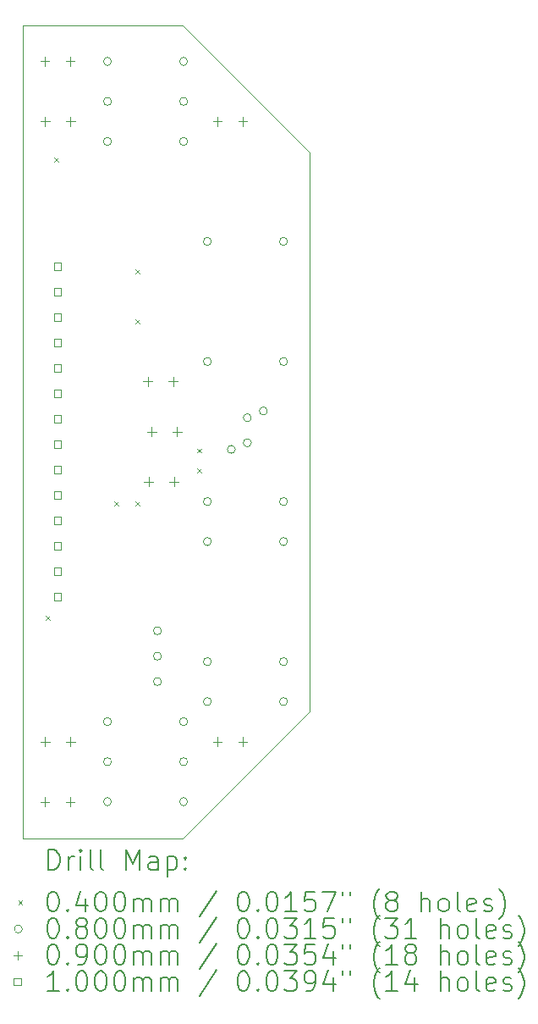
<source format=gbr>
%TF.GenerationSoftware,KiCad,Pcbnew,8.0.6*%
%TF.CreationDate,2024-10-20T17:13:29+01:00*%
%TF.ProjectId,line-sensor-mini-kes,6c696e65-2d73-4656-9e73-6f722d6d696e,rev?*%
%TF.SameCoordinates,Original*%
%TF.FileFunction,Drillmap*%
%TF.FilePolarity,Positive*%
%FSLAX45Y45*%
G04 Gerber Fmt 4.5, Leading zero omitted, Abs format (unit mm)*
G04 Created by KiCad (PCBNEW 8.0.6) date 2024-10-20 17:13:29*
%MOMM*%
%LPD*%
G01*
G04 APERTURE LIST*
%ADD10C,0.100000*%
%ADD11C,0.200000*%
G04 APERTURE END LIST*
D10*
X15453000Y-6436000D02*
X16723000Y-7706000D01*
X16723000Y-13294000D02*
X15453000Y-14564000D01*
X16723000Y-7706000D02*
X16723000Y-13294000D01*
X15453000Y-14564000D02*
X13852800Y-14564000D01*
X13852800Y-6436000D02*
X15453000Y-6436000D01*
X13852800Y-14564000D02*
X13852800Y-6436000D01*
D11*
D10*
X14080000Y-12340000D02*
X14120000Y-12380000D01*
X14120000Y-12340000D02*
X14080000Y-12380000D01*
X14170000Y-7760000D02*
X14210000Y-7800000D01*
X14210000Y-7760000D02*
X14170000Y-7800000D01*
X14770000Y-11200000D02*
X14810000Y-11240000D01*
X14810000Y-11200000D02*
X14770000Y-11240000D01*
X14980000Y-8880000D02*
X15020000Y-8920000D01*
X15020000Y-8880000D02*
X14980000Y-8920000D01*
X14980000Y-9380000D02*
X15020000Y-9420000D01*
X15020000Y-9380000D02*
X14980000Y-9420000D01*
X14980000Y-11200000D02*
X15020000Y-11240000D01*
X15020000Y-11200000D02*
X14980000Y-11240000D01*
X15600000Y-10670000D02*
X15640000Y-10710000D01*
X15640000Y-10670000D02*
X15600000Y-10710000D01*
X15600000Y-10870000D02*
X15640000Y-10910000D01*
X15640000Y-10870000D02*
X15600000Y-10910000D01*
X14740000Y-6800000D02*
G75*
G02*
X14660000Y-6800000I-40000J0D01*
G01*
X14660000Y-6800000D02*
G75*
G02*
X14740000Y-6800000I40000J0D01*
G01*
X14740000Y-7200000D02*
G75*
G02*
X14660000Y-7200000I-40000J0D01*
G01*
X14660000Y-7200000D02*
G75*
G02*
X14740000Y-7200000I40000J0D01*
G01*
X14740000Y-7600000D02*
G75*
G02*
X14660000Y-7600000I-40000J0D01*
G01*
X14660000Y-7600000D02*
G75*
G02*
X14740000Y-7600000I40000J0D01*
G01*
X14740000Y-13400000D02*
G75*
G02*
X14660000Y-13400000I-40000J0D01*
G01*
X14660000Y-13400000D02*
G75*
G02*
X14740000Y-13400000I40000J0D01*
G01*
X14740000Y-13800000D02*
G75*
G02*
X14660000Y-13800000I-40000J0D01*
G01*
X14660000Y-13800000D02*
G75*
G02*
X14740000Y-13800000I40000J0D01*
G01*
X14740000Y-14200000D02*
G75*
G02*
X14660000Y-14200000I-40000J0D01*
G01*
X14660000Y-14200000D02*
G75*
G02*
X14740000Y-14200000I40000J0D01*
G01*
X15240000Y-12492000D02*
G75*
G02*
X15160000Y-12492000I-40000J0D01*
G01*
X15160000Y-12492000D02*
G75*
G02*
X15240000Y-12492000I40000J0D01*
G01*
X15240000Y-12746000D02*
G75*
G02*
X15160000Y-12746000I-40000J0D01*
G01*
X15160000Y-12746000D02*
G75*
G02*
X15240000Y-12746000I40000J0D01*
G01*
X15240000Y-13000000D02*
G75*
G02*
X15160000Y-13000000I-40000J0D01*
G01*
X15160000Y-13000000D02*
G75*
G02*
X15240000Y-13000000I40000J0D01*
G01*
X15502000Y-6800000D02*
G75*
G02*
X15422000Y-6800000I-40000J0D01*
G01*
X15422000Y-6800000D02*
G75*
G02*
X15502000Y-6800000I40000J0D01*
G01*
X15502000Y-7200000D02*
G75*
G02*
X15422000Y-7200000I-40000J0D01*
G01*
X15422000Y-7200000D02*
G75*
G02*
X15502000Y-7200000I40000J0D01*
G01*
X15502000Y-7600000D02*
G75*
G02*
X15422000Y-7600000I-40000J0D01*
G01*
X15422000Y-7600000D02*
G75*
G02*
X15502000Y-7600000I40000J0D01*
G01*
X15502000Y-13400000D02*
G75*
G02*
X15422000Y-13400000I-40000J0D01*
G01*
X15422000Y-13400000D02*
G75*
G02*
X15502000Y-13400000I40000J0D01*
G01*
X15502000Y-13800000D02*
G75*
G02*
X15422000Y-13800000I-40000J0D01*
G01*
X15422000Y-13800000D02*
G75*
G02*
X15502000Y-13800000I40000J0D01*
G01*
X15502000Y-14200000D02*
G75*
G02*
X15422000Y-14200000I-40000J0D01*
G01*
X15422000Y-14200000D02*
G75*
G02*
X15502000Y-14200000I40000J0D01*
G01*
X15740000Y-8600000D02*
G75*
G02*
X15660000Y-8600000I-40000J0D01*
G01*
X15660000Y-8600000D02*
G75*
G02*
X15740000Y-8600000I40000J0D01*
G01*
X15740000Y-9800000D02*
G75*
G02*
X15660000Y-9800000I-40000J0D01*
G01*
X15660000Y-9800000D02*
G75*
G02*
X15740000Y-9800000I40000J0D01*
G01*
X15740000Y-11200000D02*
G75*
G02*
X15660000Y-11200000I-40000J0D01*
G01*
X15660000Y-11200000D02*
G75*
G02*
X15740000Y-11200000I40000J0D01*
G01*
X15740000Y-11600000D02*
G75*
G02*
X15660000Y-11600000I-40000J0D01*
G01*
X15660000Y-11600000D02*
G75*
G02*
X15740000Y-11600000I40000J0D01*
G01*
X15740000Y-12800000D02*
G75*
G02*
X15660000Y-12800000I-40000J0D01*
G01*
X15660000Y-12800000D02*
G75*
G02*
X15740000Y-12800000I40000J0D01*
G01*
X15740000Y-13200000D02*
G75*
G02*
X15660000Y-13200000I-40000J0D01*
G01*
X15660000Y-13200000D02*
G75*
G02*
X15740000Y-13200000I40000J0D01*
G01*
X15980000Y-10678861D02*
G75*
G02*
X15900000Y-10678861I-40000J0D01*
G01*
X15900000Y-10678861D02*
G75*
G02*
X15980000Y-10678861I40000J0D01*
G01*
X16140000Y-10361768D02*
G75*
G02*
X16060000Y-10361768I-40000J0D01*
G01*
X16060000Y-10361768D02*
G75*
G02*
X16140000Y-10361768I40000J0D01*
G01*
X16140000Y-10611768D02*
G75*
G02*
X16060000Y-10611768I-40000J0D01*
G01*
X16060000Y-10611768D02*
G75*
G02*
X16140000Y-10611768I40000J0D01*
G01*
X16300000Y-10294674D02*
G75*
G02*
X16220000Y-10294674I-40000J0D01*
G01*
X16220000Y-10294674D02*
G75*
G02*
X16300000Y-10294674I40000J0D01*
G01*
X16502000Y-8600000D02*
G75*
G02*
X16422000Y-8600000I-40000J0D01*
G01*
X16422000Y-8600000D02*
G75*
G02*
X16502000Y-8600000I40000J0D01*
G01*
X16502000Y-9800000D02*
G75*
G02*
X16422000Y-9800000I-40000J0D01*
G01*
X16422000Y-9800000D02*
G75*
G02*
X16502000Y-9800000I40000J0D01*
G01*
X16502000Y-11200000D02*
G75*
G02*
X16422000Y-11200000I-40000J0D01*
G01*
X16422000Y-11200000D02*
G75*
G02*
X16502000Y-11200000I40000J0D01*
G01*
X16502000Y-11600000D02*
G75*
G02*
X16422000Y-11600000I-40000J0D01*
G01*
X16422000Y-11600000D02*
G75*
G02*
X16502000Y-11600000I40000J0D01*
G01*
X16502000Y-12800000D02*
G75*
G02*
X16422000Y-12800000I-40000J0D01*
G01*
X16422000Y-12800000D02*
G75*
G02*
X16502000Y-12800000I40000J0D01*
G01*
X16502000Y-13200000D02*
G75*
G02*
X16422000Y-13200000I-40000J0D01*
G01*
X16422000Y-13200000D02*
G75*
G02*
X16502000Y-13200000I40000J0D01*
G01*
X14073000Y-6755000D02*
X14073000Y-6845000D01*
X14028000Y-6800000D02*
X14118000Y-6800000D01*
X14073000Y-14155000D02*
X14073000Y-14245000D01*
X14028000Y-14200000D02*
X14118000Y-14200000D01*
X14075000Y-7355000D02*
X14075000Y-7445000D01*
X14030000Y-7400000D02*
X14120000Y-7400000D01*
X14075000Y-13555000D02*
X14075000Y-13645000D01*
X14030000Y-13600000D02*
X14120000Y-13600000D01*
X14327000Y-6755000D02*
X14327000Y-6845000D01*
X14282000Y-6800000D02*
X14372000Y-6800000D01*
X14327000Y-14155000D02*
X14327000Y-14245000D01*
X14282000Y-14200000D02*
X14372000Y-14200000D01*
X14329000Y-7355000D02*
X14329000Y-7445000D01*
X14284000Y-7400000D02*
X14374000Y-7400000D01*
X14329000Y-13555000D02*
X14329000Y-13645000D01*
X14284000Y-13600000D02*
X14374000Y-13600000D01*
X15103000Y-9955000D02*
X15103000Y-10045000D01*
X15058000Y-10000000D02*
X15148000Y-10000000D01*
X15113000Y-10955000D02*
X15113000Y-11045000D01*
X15068000Y-11000000D02*
X15158000Y-11000000D01*
X15142500Y-10455000D02*
X15142500Y-10545000D01*
X15097500Y-10500000D02*
X15187500Y-10500000D01*
X15357000Y-9955000D02*
X15357000Y-10045000D01*
X15312000Y-10000000D02*
X15402000Y-10000000D01*
X15367000Y-10955000D02*
X15367000Y-11045000D01*
X15322000Y-11000000D02*
X15412000Y-11000000D01*
X15396500Y-10455000D02*
X15396500Y-10545000D01*
X15351500Y-10500000D02*
X15441500Y-10500000D01*
X15800000Y-7355000D02*
X15800000Y-7445000D01*
X15755000Y-7400000D02*
X15845000Y-7400000D01*
X15800000Y-13555000D02*
X15800000Y-13645000D01*
X15755000Y-13600000D02*
X15845000Y-13600000D01*
X16054000Y-7355000D02*
X16054000Y-7445000D01*
X16009000Y-7400000D02*
X16099000Y-7400000D01*
X16054000Y-13555000D02*
X16054000Y-13645000D01*
X16009000Y-13600000D02*
X16099000Y-13600000D01*
X14235356Y-8884356D02*
X14235356Y-8813644D01*
X14164644Y-8813644D01*
X14164644Y-8884356D01*
X14235356Y-8884356D01*
X14235356Y-9138356D02*
X14235356Y-9067644D01*
X14164644Y-9067644D01*
X14164644Y-9138356D01*
X14235356Y-9138356D01*
X14235356Y-9392356D02*
X14235356Y-9321644D01*
X14164644Y-9321644D01*
X14164644Y-9392356D01*
X14235356Y-9392356D01*
X14235356Y-9646356D02*
X14235356Y-9575644D01*
X14164644Y-9575644D01*
X14164644Y-9646356D01*
X14235356Y-9646356D01*
X14235356Y-9900356D02*
X14235356Y-9829644D01*
X14164644Y-9829644D01*
X14164644Y-9900356D01*
X14235356Y-9900356D01*
X14235356Y-10154356D02*
X14235356Y-10083644D01*
X14164644Y-10083644D01*
X14164644Y-10154356D01*
X14235356Y-10154356D01*
X14235356Y-10408356D02*
X14235356Y-10337644D01*
X14164644Y-10337644D01*
X14164644Y-10408356D01*
X14235356Y-10408356D01*
X14235356Y-10662356D02*
X14235356Y-10591644D01*
X14164644Y-10591644D01*
X14164644Y-10662356D01*
X14235356Y-10662356D01*
X14235356Y-10916356D02*
X14235356Y-10845644D01*
X14164644Y-10845644D01*
X14164644Y-10916356D01*
X14235356Y-10916356D01*
X14235356Y-11170356D02*
X14235356Y-11099644D01*
X14164644Y-11099644D01*
X14164644Y-11170356D01*
X14235356Y-11170356D01*
X14235356Y-11424356D02*
X14235356Y-11353644D01*
X14164644Y-11353644D01*
X14164644Y-11424356D01*
X14235356Y-11424356D01*
X14235356Y-11678356D02*
X14235356Y-11607644D01*
X14164644Y-11607644D01*
X14164644Y-11678356D01*
X14235356Y-11678356D01*
X14235356Y-11932356D02*
X14235356Y-11861644D01*
X14164644Y-11861644D01*
X14164644Y-11932356D01*
X14235356Y-11932356D01*
X14235356Y-12186356D02*
X14235356Y-12115644D01*
X14164644Y-12115644D01*
X14164644Y-12186356D01*
X14235356Y-12186356D01*
D11*
X14108577Y-14880484D02*
X14108577Y-14680484D01*
X14108577Y-14680484D02*
X14156196Y-14680484D01*
X14156196Y-14680484D02*
X14184767Y-14690008D01*
X14184767Y-14690008D02*
X14203815Y-14709055D01*
X14203815Y-14709055D02*
X14213339Y-14728103D01*
X14213339Y-14728103D02*
X14222862Y-14766198D01*
X14222862Y-14766198D02*
X14222862Y-14794769D01*
X14222862Y-14794769D02*
X14213339Y-14832865D01*
X14213339Y-14832865D02*
X14203815Y-14851912D01*
X14203815Y-14851912D02*
X14184767Y-14870960D01*
X14184767Y-14870960D02*
X14156196Y-14880484D01*
X14156196Y-14880484D02*
X14108577Y-14880484D01*
X14308577Y-14880484D02*
X14308577Y-14747150D01*
X14308577Y-14785246D02*
X14318101Y-14766198D01*
X14318101Y-14766198D02*
X14327624Y-14756674D01*
X14327624Y-14756674D02*
X14346672Y-14747150D01*
X14346672Y-14747150D02*
X14365720Y-14747150D01*
X14432386Y-14880484D02*
X14432386Y-14747150D01*
X14432386Y-14680484D02*
X14422862Y-14690008D01*
X14422862Y-14690008D02*
X14432386Y-14699531D01*
X14432386Y-14699531D02*
X14441910Y-14690008D01*
X14441910Y-14690008D02*
X14432386Y-14680484D01*
X14432386Y-14680484D02*
X14432386Y-14699531D01*
X14556196Y-14880484D02*
X14537148Y-14870960D01*
X14537148Y-14870960D02*
X14527624Y-14851912D01*
X14527624Y-14851912D02*
X14527624Y-14680484D01*
X14660958Y-14880484D02*
X14641910Y-14870960D01*
X14641910Y-14870960D02*
X14632386Y-14851912D01*
X14632386Y-14851912D02*
X14632386Y-14680484D01*
X14889529Y-14880484D02*
X14889529Y-14680484D01*
X14889529Y-14680484D02*
X14956196Y-14823341D01*
X14956196Y-14823341D02*
X15022862Y-14680484D01*
X15022862Y-14680484D02*
X15022862Y-14880484D01*
X15203815Y-14880484D02*
X15203815Y-14775722D01*
X15203815Y-14775722D02*
X15194291Y-14756674D01*
X15194291Y-14756674D02*
X15175243Y-14747150D01*
X15175243Y-14747150D02*
X15137148Y-14747150D01*
X15137148Y-14747150D02*
X15118101Y-14756674D01*
X15203815Y-14870960D02*
X15184767Y-14880484D01*
X15184767Y-14880484D02*
X15137148Y-14880484D01*
X15137148Y-14880484D02*
X15118101Y-14870960D01*
X15118101Y-14870960D02*
X15108577Y-14851912D01*
X15108577Y-14851912D02*
X15108577Y-14832865D01*
X15108577Y-14832865D02*
X15118101Y-14813817D01*
X15118101Y-14813817D02*
X15137148Y-14804293D01*
X15137148Y-14804293D02*
X15184767Y-14804293D01*
X15184767Y-14804293D02*
X15203815Y-14794769D01*
X15299053Y-14747150D02*
X15299053Y-14947150D01*
X15299053Y-14756674D02*
X15318101Y-14747150D01*
X15318101Y-14747150D02*
X15356196Y-14747150D01*
X15356196Y-14747150D02*
X15375243Y-14756674D01*
X15375243Y-14756674D02*
X15384767Y-14766198D01*
X15384767Y-14766198D02*
X15394291Y-14785246D01*
X15394291Y-14785246D02*
X15394291Y-14842388D01*
X15394291Y-14842388D02*
X15384767Y-14861436D01*
X15384767Y-14861436D02*
X15375243Y-14870960D01*
X15375243Y-14870960D02*
X15356196Y-14880484D01*
X15356196Y-14880484D02*
X15318101Y-14880484D01*
X15318101Y-14880484D02*
X15299053Y-14870960D01*
X15480005Y-14861436D02*
X15489529Y-14870960D01*
X15489529Y-14870960D02*
X15480005Y-14880484D01*
X15480005Y-14880484D02*
X15470482Y-14870960D01*
X15470482Y-14870960D02*
X15480005Y-14861436D01*
X15480005Y-14861436D02*
X15480005Y-14880484D01*
X15480005Y-14756674D02*
X15489529Y-14766198D01*
X15489529Y-14766198D02*
X15480005Y-14775722D01*
X15480005Y-14775722D02*
X15470482Y-14766198D01*
X15470482Y-14766198D02*
X15480005Y-14756674D01*
X15480005Y-14756674D02*
X15480005Y-14775722D01*
D10*
X13807800Y-15189000D02*
X13847800Y-15229000D01*
X13847800Y-15189000D02*
X13807800Y-15229000D01*
D11*
X14146672Y-15100484D02*
X14165720Y-15100484D01*
X14165720Y-15100484D02*
X14184767Y-15110008D01*
X14184767Y-15110008D02*
X14194291Y-15119531D01*
X14194291Y-15119531D02*
X14203815Y-15138579D01*
X14203815Y-15138579D02*
X14213339Y-15176674D01*
X14213339Y-15176674D02*
X14213339Y-15224293D01*
X14213339Y-15224293D02*
X14203815Y-15262388D01*
X14203815Y-15262388D02*
X14194291Y-15281436D01*
X14194291Y-15281436D02*
X14184767Y-15290960D01*
X14184767Y-15290960D02*
X14165720Y-15300484D01*
X14165720Y-15300484D02*
X14146672Y-15300484D01*
X14146672Y-15300484D02*
X14127624Y-15290960D01*
X14127624Y-15290960D02*
X14118101Y-15281436D01*
X14118101Y-15281436D02*
X14108577Y-15262388D01*
X14108577Y-15262388D02*
X14099053Y-15224293D01*
X14099053Y-15224293D02*
X14099053Y-15176674D01*
X14099053Y-15176674D02*
X14108577Y-15138579D01*
X14108577Y-15138579D02*
X14118101Y-15119531D01*
X14118101Y-15119531D02*
X14127624Y-15110008D01*
X14127624Y-15110008D02*
X14146672Y-15100484D01*
X14299053Y-15281436D02*
X14308577Y-15290960D01*
X14308577Y-15290960D02*
X14299053Y-15300484D01*
X14299053Y-15300484D02*
X14289529Y-15290960D01*
X14289529Y-15290960D02*
X14299053Y-15281436D01*
X14299053Y-15281436D02*
X14299053Y-15300484D01*
X14480005Y-15167150D02*
X14480005Y-15300484D01*
X14432386Y-15090960D02*
X14384767Y-15233817D01*
X14384767Y-15233817D02*
X14508577Y-15233817D01*
X14622862Y-15100484D02*
X14641910Y-15100484D01*
X14641910Y-15100484D02*
X14660958Y-15110008D01*
X14660958Y-15110008D02*
X14670482Y-15119531D01*
X14670482Y-15119531D02*
X14680005Y-15138579D01*
X14680005Y-15138579D02*
X14689529Y-15176674D01*
X14689529Y-15176674D02*
X14689529Y-15224293D01*
X14689529Y-15224293D02*
X14680005Y-15262388D01*
X14680005Y-15262388D02*
X14670482Y-15281436D01*
X14670482Y-15281436D02*
X14660958Y-15290960D01*
X14660958Y-15290960D02*
X14641910Y-15300484D01*
X14641910Y-15300484D02*
X14622862Y-15300484D01*
X14622862Y-15300484D02*
X14603815Y-15290960D01*
X14603815Y-15290960D02*
X14594291Y-15281436D01*
X14594291Y-15281436D02*
X14584767Y-15262388D01*
X14584767Y-15262388D02*
X14575243Y-15224293D01*
X14575243Y-15224293D02*
X14575243Y-15176674D01*
X14575243Y-15176674D02*
X14584767Y-15138579D01*
X14584767Y-15138579D02*
X14594291Y-15119531D01*
X14594291Y-15119531D02*
X14603815Y-15110008D01*
X14603815Y-15110008D02*
X14622862Y-15100484D01*
X14813339Y-15100484D02*
X14832386Y-15100484D01*
X14832386Y-15100484D02*
X14851434Y-15110008D01*
X14851434Y-15110008D02*
X14860958Y-15119531D01*
X14860958Y-15119531D02*
X14870482Y-15138579D01*
X14870482Y-15138579D02*
X14880005Y-15176674D01*
X14880005Y-15176674D02*
X14880005Y-15224293D01*
X14880005Y-15224293D02*
X14870482Y-15262388D01*
X14870482Y-15262388D02*
X14860958Y-15281436D01*
X14860958Y-15281436D02*
X14851434Y-15290960D01*
X14851434Y-15290960D02*
X14832386Y-15300484D01*
X14832386Y-15300484D02*
X14813339Y-15300484D01*
X14813339Y-15300484D02*
X14794291Y-15290960D01*
X14794291Y-15290960D02*
X14784767Y-15281436D01*
X14784767Y-15281436D02*
X14775243Y-15262388D01*
X14775243Y-15262388D02*
X14765720Y-15224293D01*
X14765720Y-15224293D02*
X14765720Y-15176674D01*
X14765720Y-15176674D02*
X14775243Y-15138579D01*
X14775243Y-15138579D02*
X14784767Y-15119531D01*
X14784767Y-15119531D02*
X14794291Y-15110008D01*
X14794291Y-15110008D02*
X14813339Y-15100484D01*
X14965720Y-15300484D02*
X14965720Y-15167150D01*
X14965720Y-15186198D02*
X14975243Y-15176674D01*
X14975243Y-15176674D02*
X14994291Y-15167150D01*
X14994291Y-15167150D02*
X15022863Y-15167150D01*
X15022863Y-15167150D02*
X15041910Y-15176674D01*
X15041910Y-15176674D02*
X15051434Y-15195722D01*
X15051434Y-15195722D02*
X15051434Y-15300484D01*
X15051434Y-15195722D02*
X15060958Y-15176674D01*
X15060958Y-15176674D02*
X15080005Y-15167150D01*
X15080005Y-15167150D02*
X15108577Y-15167150D01*
X15108577Y-15167150D02*
X15127624Y-15176674D01*
X15127624Y-15176674D02*
X15137148Y-15195722D01*
X15137148Y-15195722D02*
X15137148Y-15300484D01*
X15232386Y-15300484D02*
X15232386Y-15167150D01*
X15232386Y-15186198D02*
X15241910Y-15176674D01*
X15241910Y-15176674D02*
X15260958Y-15167150D01*
X15260958Y-15167150D02*
X15289529Y-15167150D01*
X15289529Y-15167150D02*
X15308577Y-15176674D01*
X15308577Y-15176674D02*
X15318101Y-15195722D01*
X15318101Y-15195722D02*
X15318101Y-15300484D01*
X15318101Y-15195722D02*
X15327624Y-15176674D01*
X15327624Y-15176674D02*
X15346672Y-15167150D01*
X15346672Y-15167150D02*
X15375243Y-15167150D01*
X15375243Y-15167150D02*
X15394291Y-15176674D01*
X15394291Y-15176674D02*
X15403815Y-15195722D01*
X15403815Y-15195722D02*
X15403815Y-15300484D01*
X15794291Y-15090960D02*
X15622863Y-15348103D01*
X16051434Y-15100484D02*
X16070482Y-15100484D01*
X16070482Y-15100484D02*
X16089529Y-15110008D01*
X16089529Y-15110008D02*
X16099053Y-15119531D01*
X16099053Y-15119531D02*
X16108577Y-15138579D01*
X16108577Y-15138579D02*
X16118101Y-15176674D01*
X16118101Y-15176674D02*
X16118101Y-15224293D01*
X16118101Y-15224293D02*
X16108577Y-15262388D01*
X16108577Y-15262388D02*
X16099053Y-15281436D01*
X16099053Y-15281436D02*
X16089529Y-15290960D01*
X16089529Y-15290960D02*
X16070482Y-15300484D01*
X16070482Y-15300484D02*
X16051434Y-15300484D01*
X16051434Y-15300484D02*
X16032386Y-15290960D01*
X16032386Y-15290960D02*
X16022863Y-15281436D01*
X16022863Y-15281436D02*
X16013339Y-15262388D01*
X16013339Y-15262388D02*
X16003815Y-15224293D01*
X16003815Y-15224293D02*
X16003815Y-15176674D01*
X16003815Y-15176674D02*
X16013339Y-15138579D01*
X16013339Y-15138579D02*
X16022863Y-15119531D01*
X16022863Y-15119531D02*
X16032386Y-15110008D01*
X16032386Y-15110008D02*
X16051434Y-15100484D01*
X16203815Y-15281436D02*
X16213339Y-15290960D01*
X16213339Y-15290960D02*
X16203815Y-15300484D01*
X16203815Y-15300484D02*
X16194291Y-15290960D01*
X16194291Y-15290960D02*
X16203815Y-15281436D01*
X16203815Y-15281436D02*
X16203815Y-15300484D01*
X16337148Y-15100484D02*
X16356196Y-15100484D01*
X16356196Y-15100484D02*
X16375244Y-15110008D01*
X16375244Y-15110008D02*
X16384767Y-15119531D01*
X16384767Y-15119531D02*
X16394291Y-15138579D01*
X16394291Y-15138579D02*
X16403815Y-15176674D01*
X16403815Y-15176674D02*
X16403815Y-15224293D01*
X16403815Y-15224293D02*
X16394291Y-15262388D01*
X16394291Y-15262388D02*
X16384767Y-15281436D01*
X16384767Y-15281436D02*
X16375244Y-15290960D01*
X16375244Y-15290960D02*
X16356196Y-15300484D01*
X16356196Y-15300484D02*
X16337148Y-15300484D01*
X16337148Y-15300484D02*
X16318101Y-15290960D01*
X16318101Y-15290960D02*
X16308577Y-15281436D01*
X16308577Y-15281436D02*
X16299053Y-15262388D01*
X16299053Y-15262388D02*
X16289529Y-15224293D01*
X16289529Y-15224293D02*
X16289529Y-15176674D01*
X16289529Y-15176674D02*
X16299053Y-15138579D01*
X16299053Y-15138579D02*
X16308577Y-15119531D01*
X16308577Y-15119531D02*
X16318101Y-15110008D01*
X16318101Y-15110008D02*
X16337148Y-15100484D01*
X16594291Y-15300484D02*
X16480006Y-15300484D01*
X16537148Y-15300484D02*
X16537148Y-15100484D01*
X16537148Y-15100484D02*
X16518101Y-15129055D01*
X16518101Y-15129055D02*
X16499053Y-15148103D01*
X16499053Y-15148103D02*
X16480006Y-15157627D01*
X16775244Y-15100484D02*
X16680006Y-15100484D01*
X16680006Y-15100484D02*
X16670482Y-15195722D01*
X16670482Y-15195722D02*
X16680006Y-15186198D01*
X16680006Y-15186198D02*
X16699053Y-15176674D01*
X16699053Y-15176674D02*
X16746672Y-15176674D01*
X16746672Y-15176674D02*
X16765720Y-15186198D01*
X16765720Y-15186198D02*
X16775244Y-15195722D01*
X16775244Y-15195722D02*
X16784768Y-15214769D01*
X16784768Y-15214769D02*
X16784768Y-15262388D01*
X16784768Y-15262388D02*
X16775244Y-15281436D01*
X16775244Y-15281436D02*
X16765720Y-15290960D01*
X16765720Y-15290960D02*
X16746672Y-15300484D01*
X16746672Y-15300484D02*
X16699053Y-15300484D01*
X16699053Y-15300484D02*
X16680006Y-15290960D01*
X16680006Y-15290960D02*
X16670482Y-15281436D01*
X16851434Y-15100484D02*
X16984768Y-15100484D01*
X16984768Y-15100484D02*
X16899053Y-15300484D01*
X17051434Y-15100484D02*
X17051434Y-15138579D01*
X17127625Y-15100484D02*
X17127625Y-15138579D01*
X17422863Y-15376674D02*
X17413339Y-15367150D01*
X17413339Y-15367150D02*
X17394291Y-15338579D01*
X17394291Y-15338579D02*
X17384768Y-15319531D01*
X17384768Y-15319531D02*
X17375244Y-15290960D01*
X17375244Y-15290960D02*
X17365720Y-15243341D01*
X17365720Y-15243341D02*
X17365720Y-15205246D01*
X17365720Y-15205246D02*
X17375244Y-15157627D01*
X17375244Y-15157627D02*
X17384768Y-15129055D01*
X17384768Y-15129055D02*
X17394291Y-15110008D01*
X17394291Y-15110008D02*
X17413339Y-15081436D01*
X17413339Y-15081436D02*
X17422863Y-15071912D01*
X17527625Y-15186198D02*
X17508577Y-15176674D01*
X17508577Y-15176674D02*
X17499053Y-15167150D01*
X17499053Y-15167150D02*
X17489530Y-15148103D01*
X17489530Y-15148103D02*
X17489530Y-15138579D01*
X17489530Y-15138579D02*
X17499053Y-15119531D01*
X17499053Y-15119531D02*
X17508577Y-15110008D01*
X17508577Y-15110008D02*
X17527625Y-15100484D01*
X17527625Y-15100484D02*
X17565720Y-15100484D01*
X17565720Y-15100484D02*
X17584768Y-15110008D01*
X17584768Y-15110008D02*
X17594291Y-15119531D01*
X17594291Y-15119531D02*
X17603815Y-15138579D01*
X17603815Y-15138579D02*
X17603815Y-15148103D01*
X17603815Y-15148103D02*
X17594291Y-15167150D01*
X17594291Y-15167150D02*
X17584768Y-15176674D01*
X17584768Y-15176674D02*
X17565720Y-15186198D01*
X17565720Y-15186198D02*
X17527625Y-15186198D01*
X17527625Y-15186198D02*
X17508577Y-15195722D01*
X17508577Y-15195722D02*
X17499053Y-15205246D01*
X17499053Y-15205246D02*
X17489530Y-15224293D01*
X17489530Y-15224293D02*
X17489530Y-15262388D01*
X17489530Y-15262388D02*
X17499053Y-15281436D01*
X17499053Y-15281436D02*
X17508577Y-15290960D01*
X17508577Y-15290960D02*
X17527625Y-15300484D01*
X17527625Y-15300484D02*
X17565720Y-15300484D01*
X17565720Y-15300484D02*
X17584768Y-15290960D01*
X17584768Y-15290960D02*
X17594291Y-15281436D01*
X17594291Y-15281436D02*
X17603815Y-15262388D01*
X17603815Y-15262388D02*
X17603815Y-15224293D01*
X17603815Y-15224293D02*
X17594291Y-15205246D01*
X17594291Y-15205246D02*
X17584768Y-15195722D01*
X17584768Y-15195722D02*
X17565720Y-15186198D01*
X17841911Y-15300484D02*
X17841911Y-15100484D01*
X17927625Y-15300484D02*
X17927625Y-15195722D01*
X17927625Y-15195722D02*
X17918101Y-15176674D01*
X17918101Y-15176674D02*
X17899053Y-15167150D01*
X17899053Y-15167150D02*
X17870482Y-15167150D01*
X17870482Y-15167150D02*
X17851434Y-15176674D01*
X17851434Y-15176674D02*
X17841911Y-15186198D01*
X18051434Y-15300484D02*
X18032387Y-15290960D01*
X18032387Y-15290960D02*
X18022863Y-15281436D01*
X18022863Y-15281436D02*
X18013339Y-15262388D01*
X18013339Y-15262388D02*
X18013339Y-15205246D01*
X18013339Y-15205246D02*
X18022863Y-15186198D01*
X18022863Y-15186198D02*
X18032387Y-15176674D01*
X18032387Y-15176674D02*
X18051434Y-15167150D01*
X18051434Y-15167150D02*
X18080006Y-15167150D01*
X18080006Y-15167150D02*
X18099053Y-15176674D01*
X18099053Y-15176674D02*
X18108577Y-15186198D01*
X18108577Y-15186198D02*
X18118101Y-15205246D01*
X18118101Y-15205246D02*
X18118101Y-15262388D01*
X18118101Y-15262388D02*
X18108577Y-15281436D01*
X18108577Y-15281436D02*
X18099053Y-15290960D01*
X18099053Y-15290960D02*
X18080006Y-15300484D01*
X18080006Y-15300484D02*
X18051434Y-15300484D01*
X18232387Y-15300484D02*
X18213339Y-15290960D01*
X18213339Y-15290960D02*
X18203815Y-15271912D01*
X18203815Y-15271912D02*
X18203815Y-15100484D01*
X18384768Y-15290960D02*
X18365720Y-15300484D01*
X18365720Y-15300484D02*
X18327625Y-15300484D01*
X18327625Y-15300484D02*
X18308577Y-15290960D01*
X18308577Y-15290960D02*
X18299053Y-15271912D01*
X18299053Y-15271912D02*
X18299053Y-15195722D01*
X18299053Y-15195722D02*
X18308577Y-15176674D01*
X18308577Y-15176674D02*
X18327625Y-15167150D01*
X18327625Y-15167150D02*
X18365720Y-15167150D01*
X18365720Y-15167150D02*
X18384768Y-15176674D01*
X18384768Y-15176674D02*
X18394292Y-15195722D01*
X18394292Y-15195722D02*
X18394292Y-15214769D01*
X18394292Y-15214769D02*
X18299053Y-15233817D01*
X18470482Y-15290960D02*
X18489530Y-15300484D01*
X18489530Y-15300484D02*
X18527625Y-15300484D01*
X18527625Y-15300484D02*
X18546673Y-15290960D01*
X18546673Y-15290960D02*
X18556196Y-15271912D01*
X18556196Y-15271912D02*
X18556196Y-15262388D01*
X18556196Y-15262388D02*
X18546673Y-15243341D01*
X18546673Y-15243341D02*
X18527625Y-15233817D01*
X18527625Y-15233817D02*
X18499053Y-15233817D01*
X18499053Y-15233817D02*
X18480006Y-15224293D01*
X18480006Y-15224293D02*
X18470482Y-15205246D01*
X18470482Y-15205246D02*
X18470482Y-15195722D01*
X18470482Y-15195722D02*
X18480006Y-15176674D01*
X18480006Y-15176674D02*
X18499053Y-15167150D01*
X18499053Y-15167150D02*
X18527625Y-15167150D01*
X18527625Y-15167150D02*
X18546673Y-15176674D01*
X18622863Y-15376674D02*
X18632387Y-15367150D01*
X18632387Y-15367150D02*
X18651434Y-15338579D01*
X18651434Y-15338579D02*
X18660958Y-15319531D01*
X18660958Y-15319531D02*
X18670482Y-15290960D01*
X18670482Y-15290960D02*
X18680006Y-15243341D01*
X18680006Y-15243341D02*
X18680006Y-15205246D01*
X18680006Y-15205246D02*
X18670482Y-15157627D01*
X18670482Y-15157627D02*
X18660958Y-15129055D01*
X18660958Y-15129055D02*
X18651434Y-15110008D01*
X18651434Y-15110008D02*
X18632387Y-15081436D01*
X18632387Y-15081436D02*
X18622863Y-15071912D01*
D10*
X13847800Y-15473000D02*
G75*
G02*
X13767800Y-15473000I-40000J0D01*
G01*
X13767800Y-15473000D02*
G75*
G02*
X13847800Y-15473000I40000J0D01*
G01*
D11*
X14146672Y-15364484D02*
X14165720Y-15364484D01*
X14165720Y-15364484D02*
X14184767Y-15374008D01*
X14184767Y-15374008D02*
X14194291Y-15383531D01*
X14194291Y-15383531D02*
X14203815Y-15402579D01*
X14203815Y-15402579D02*
X14213339Y-15440674D01*
X14213339Y-15440674D02*
X14213339Y-15488293D01*
X14213339Y-15488293D02*
X14203815Y-15526388D01*
X14203815Y-15526388D02*
X14194291Y-15545436D01*
X14194291Y-15545436D02*
X14184767Y-15554960D01*
X14184767Y-15554960D02*
X14165720Y-15564484D01*
X14165720Y-15564484D02*
X14146672Y-15564484D01*
X14146672Y-15564484D02*
X14127624Y-15554960D01*
X14127624Y-15554960D02*
X14118101Y-15545436D01*
X14118101Y-15545436D02*
X14108577Y-15526388D01*
X14108577Y-15526388D02*
X14099053Y-15488293D01*
X14099053Y-15488293D02*
X14099053Y-15440674D01*
X14099053Y-15440674D02*
X14108577Y-15402579D01*
X14108577Y-15402579D02*
X14118101Y-15383531D01*
X14118101Y-15383531D02*
X14127624Y-15374008D01*
X14127624Y-15374008D02*
X14146672Y-15364484D01*
X14299053Y-15545436D02*
X14308577Y-15554960D01*
X14308577Y-15554960D02*
X14299053Y-15564484D01*
X14299053Y-15564484D02*
X14289529Y-15554960D01*
X14289529Y-15554960D02*
X14299053Y-15545436D01*
X14299053Y-15545436D02*
X14299053Y-15564484D01*
X14422862Y-15450198D02*
X14403815Y-15440674D01*
X14403815Y-15440674D02*
X14394291Y-15431150D01*
X14394291Y-15431150D02*
X14384767Y-15412103D01*
X14384767Y-15412103D02*
X14384767Y-15402579D01*
X14384767Y-15402579D02*
X14394291Y-15383531D01*
X14394291Y-15383531D02*
X14403815Y-15374008D01*
X14403815Y-15374008D02*
X14422862Y-15364484D01*
X14422862Y-15364484D02*
X14460958Y-15364484D01*
X14460958Y-15364484D02*
X14480005Y-15374008D01*
X14480005Y-15374008D02*
X14489529Y-15383531D01*
X14489529Y-15383531D02*
X14499053Y-15402579D01*
X14499053Y-15402579D02*
X14499053Y-15412103D01*
X14499053Y-15412103D02*
X14489529Y-15431150D01*
X14489529Y-15431150D02*
X14480005Y-15440674D01*
X14480005Y-15440674D02*
X14460958Y-15450198D01*
X14460958Y-15450198D02*
X14422862Y-15450198D01*
X14422862Y-15450198D02*
X14403815Y-15459722D01*
X14403815Y-15459722D02*
X14394291Y-15469246D01*
X14394291Y-15469246D02*
X14384767Y-15488293D01*
X14384767Y-15488293D02*
X14384767Y-15526388D01*
X14384767Y-15526388D02*
X14394291Y-15545436D01*
X14394291Y-15545436D02*
X14403815Y-15554960D01*
X14403815Y-15554960D02*
X14422862Y-15564484D01*
X14422862Y-15564484D02*
X14460958Y-15564484D01*
X14460958Y-15564484D02*
X14480005Y-15554960D01*
X14480005Y-15554960D02*
X14489529Y-15545436D01*
X14489529Y-15545436D02*
X14499053Y-15526388D01*
X14499053Y-15526388D02*
X14499053Y-15488293D01*
X14499053Y-15488293D02*
X14489529Y-15469246D01*
X14489529Y-15469246D02*
X14480005Y-15459722D01*
X14480005Y-15459722D02*
X14460958Y-15450198D01*
X14622862Y-15364484D02*
X14641910Y-15364484D01*
X14641910Y-15364484D02*
X14660958Y-15374008D01*
X14660958Y-15374008D02*
X14670482Y-15383531D01*
X14670482Y-15383531D02*
X14680005Y-15402579D01*
X14680005Y-15402579D02*
X14689529Y-15440674D01*
X14689529Y-15440674D02*
X14689529Y-15488293D01*
X14689529Y-15488293D02*
X14680005Y-15526388D01*
X14680005Y-15526388D02*
X14670482Y-15545436D01*
X14670482Y-15545436D02*
X14660958Y-15554960D01*
X14660958Y-15554960D02*
X14641910Y-15564484D01*
X14641910Y-15564484D02*
X14622862Y-15564484D01*
X14622862Y-15564484D02*
X14603815Y-15554960D01*
X14603815Y-15554960D02*
X14594291Y-15545436D01*
X14594291Y-15545436D02*
X14584767Y-15526388D01*
X14584767Y-15526388D02*
X14575243Y-15488293D01*
X14575243Y-15488293D02*
X14575243Y-15440674D01*
X14575243Y-15440674D02*
X14584767Y-15402579D01*
X14584767Y-15402579D02*
X14594291Y-15383531D01*
X14594291Y-15383531D02*
X14603815Y-15374008D01*
X14603815Y-15374008D02*
X14622862Y-15364484D01*
X14813339Y-15364484D02*
X14832386Y-15364484D01*
X14832386Y-15364484D02*
X14851434Y-15374008D01*
X14851434Y-15374008D02*
X14860958Y-15383531D01*
X14860958Y-15383531D02*
X14870482Y-15402579D01*
X14870482Y-15402579D02*
X14880005Y-15440674D01*
X14880005Y-15440674D02*
X14880005Y-15488293D01*
X14880005Y-15488293D02*
X14870482Y-15526388D01*
X14870482Y-15526388D02*
X14860958Y-15545436D01*
X14860958Y-15545436D02*
X14851434Y-15554960D01*
X14851434Y-15554960D02*
X14832386Y-15564484D01*
X14832386Y-15564484D02*
X14813339Y-15564484D01*
X14813339Y-15564484D02*
X14794291Y-15554960D01*
X14794291Y-15554960D02*
X14784767Y-15545436D01*
X14784767Y-15545436D02*
X14775243Y-15526388D01*
X14775243Y-15526388D02*
X14765720Y-15488293D01*
X14765720Y-15488293D02*
X14765720Y-15440674D01*
X14765720Y-15440674D02*
X14775243Y-15402579D01*
X14775243Y-15402579D02*
X14784767Y-15383531D01*
X14784767Y-15383531D02*
X14794291Y-15374008D01*
X14794291Y-15374008D02*
X14813339Y-15364484D01*
X14965720Y-15564484D02*
X14965720Y-15431150D01*
X14965720Y-15450198D02*
X14975243Y-15440674D01*
X14975243Y-15440674D02*
X14994291Y-15431150D01*
X14994291Y-15431150D02*
X15022863Y-15431150D01*
X15022863Y-15431150D02*
X15041910Y-15440674D01*
X15041910Y-15440674D02*
X15051434Y-15459722D01*
X15051434Y-15459722D02*
X15051434Y-15564484D01*
X15051434Y-15459722D02*
X15060958Y-15440674D01*
X15060958Y-15440674D02*
X15080005Y-15431150D01*
X15080005Y-15431150D02*
X15108577Y-15431150D01*
X15108577Y-15431150D02*
X15127624Y-15440674D01*
X15127624Y-15440674D02*
X15137148Y-15459722D01*
X15137148Y-15459722D02*
X15137148Y-15564484D01*
X15232386Y-15564484D02*
X15232386Y-15431150D01*
X15232386Y-15450198D02*
X15241910Y-15440674D01*
X15241910Y-15440674D02*
X15260958Y-15431150D01*
X15260958Y-15431150D02*
X15289529Y-15431150D01*
X15289529Y-15431150D02*
X15308577Y-15440674D01*
X15308577Y-15440674D02*
X15318101Y-15459722D01*
X15318101Y-15459722D02*
X15318101Y-15564484D01*
X15318101Y-15459722D02*
X15327624Y-15440674D01*
X15327624Y-15440674D02*
X15346672Y-15431150D01*
X15346672Y-15431150D02*
X15375243Y-15431150D01*
X15375243Y-15431150D02*
X15394291Y-15440674D01*
X15394291Y-15440674D02*
X15403815Y-15459722D01*
X15403815Y-15459722D02*
X15403815Y-15564484D01*
X15794291Y-15354960D02*
X15622863Y-15612103D01*
X16051434Y-15364484D02*
X16070482Y-15364484D01*
X16070482Y-15364484D02*
X16089529Y-15374008D01*
X16089529Y-15374008D02*
X16099053Y-15383531D01*
X16099053Y-15383531D02*
X16108577Y-15402579D01*
X16108577Y-15402579D02*
X16118101Y-15440674D01*
X16118101Y-15440674D02*
X16118101Y-15488293D01*
X16118101Y-15488293D02*
X16108577Y-15526388D01*
X16108577Y-15526388D02*
X16099053Y-15545436D01*
X16099053Y-15545436D02*
X16089529Y-15554960D01*
X16089529Y-15554960D02*
X16070482Y-15564484D01*
X16070482Y-15564484D02*
X16051434Y-15564484D01*
X16051434Y-15564484D02*
X16032386Y-15554960D01*
X16032386Y-15554960D02*
X16022863Y-15545436D01*
X16022863Y-15545436D02*
X16013339Y-15526388D01*
X16013339Y-15526388D02*
X16003815Y-15488293D01*
X16003815Y-15488293D02*
X16003815Y-15440674D01*
X16003815Y-15440674D02*
X16013339Y-15402579D01*
X16013339Y-15402579D02*
X16022863Y-15383531D01*
X16022863Y-15383531D02*
X16032386Y-15374008D01*
X16032386Y-15374008D02*
X16051434Y-15364484D01*
X16203815Y-15545436D02*
X16213339Y-15554960D01*
X16213339Y-15554960D02*
X16203815Y-15564484D01*
X16203815Y-15564484D02*
X16194291Y-15554960D01*
X16194291Y-15554960D02*
X16203815Y-15545436D01*
X16203815Y-15545436D02*
X16203815Y-15564484D01*
X16337148Y-15364484D02*
X16356196Y-15364484D01*
X16356196Y-15364484D02*
X16375244Y-15374008D01*
X16375244Y-15374008D02*
X16384767Y-15383531D01*
X16384767Y-15383531D02*
X16394291Y-15402579D01*
X16394291Y-15402579D02*
X16403815Y-15440674D01*
X16403815Y-15440674D02*
X16403815Y-15488293D01*
X16403815Y-15488293D02*
X16394291Y-15526388D01*
X16394291Y-15526388D02*
X16384767Y-15545436D01*
X16384767Y-15545436D02*
X16375244Y-15554960D01*
X16375244Y-15554960D02*
X16356196Y-15564484D01*
X16356196Y-15564484D02*
X16337148Y-15564484D01*
X16337148Y-15564484D02*
X16318101Y-15554960D01*
X16318101Y-15554960D02*
X16308577Y-15545436D01*
X16308577Y-15545436D02*
X16299053Y-15526388D01*
X16299053Y-15526388D02*
X16289529Y-15488293D01*
X16289529Y-15488293D02*
X16289529Y-15440674D01*
X16289529Y-15440674D02*
X16299053Y-15402579D01*
X16299053Y-15402579D02*
X16308577Y-15383531D01*
X16308577Y-15383531D02*
X16318101Y-15374008D01*
X16318101Y-15374008D02*
X16337148Y-15364484D01*
X16470482Y-15364484D02*
X16594291Y-15364484D01*
X16594291Y-15364484D02*
X16527625Y-15440674D01*
X16527625Y-15440674D02*
X16556196Y-15440674D01*
X16556196Y-15440674D02*
X16575244Y-15450198D01*
X16575244Y-15450198D02*
X16584767Y-15459722D01*
X16584767Y-15459722D02*
X16594291Y-15478769D01*
X16594291Y-15478769D02*
X16594291Y-15526388D01*
X16594291Y-15526388D02*
X16584767Y-15545436D01*
X16584767Y-15545436D02*
X16575244Y-15554960D01*
X16575244Y-15554960D02*
X16556196Y-15564484D01*
X16556196Y-15564484D02*
X16499053Y-15564484D01*
X16499053Y-15564484D02*
X16480006Y-15554960D01*
X16480006Y-15554960D02*
X16470482Y-15545436D01*
X16784768Y-15564484D02*
X16670482Y-15564484D01*
X16727625Y-15564484D02*
X16727625Y-15364484D01*
X16727625Y-15364484D02*
X16708577Y-15393055D01*
X16708577Y-15393055D02*
X16689529Y-15412103D01*
X16689529Y-15412103D02*
X16670482Y-15421627D01*
X16965720Y-15364484D02*
X16870482Y-15364484D01*
X16870482Y-15364484D02*
X16860958Y-15459722D01*
X16860958Y-15459722D02*
X16870482Y-15450198D01*
X16870482Y-15450198D02*
X16889529Y-15440674D01*
X16889529Y-15440674D02*
X16937149Y-15440674D01*
X16937149Y-15440674D02*
X16956196Y-15450198D01*
X16956196Y-15450198D02*
X16965720Y-15459722D01*
X16965720Y-15459722D02*
X16975244Y-15478769D01*
X16975244Y-15478769D02*
X16975244Y-15526388D01*
X16975244Y-15526388D02*
X16965720Y-15545436D01*
X16965720Y-15545436D02*
X16956196Y-15554960D01*
X16956196Y-15554960D02*
X16937149Y-15564484D01*
X16937149Y-15564484D02*
X16889529Y-15564484D01*
X16889529Y-15564484D02*
X16870482Y-15554960D01*
X16870482Y-15554960D02*
X16860958Y-15545436D01*
X17051434Y-15364484D02*
X17051434Y-15402579D01*
X17127625Y-15364484D02*
X17127625Y-15402579D01*
X17422863Y-15640674D02*
X17413339Y-15631150D01*
X17413339Y-15631150D02*
X17394291Y-15602579D01*
X17394291Y-15602579D02*
X17384768Y-15583531D01*
X17384768Y-15583531D02*
X17375244Y-15554960D01*
X17375244Y-15554960D02*
X17365720Y-15507341D01*
X17365720Y-15507341D02*
X17365720Y-15469246D01*
X17365720Y-15469246D02*
X17375244Y-15421627D01*
X17375244Y-15421627D02*
X17384768Y-15393055D01*
X17384768Y-15393055D02*
X17394291Y-15374008D01*
X17394291Y-15374008D02*
X17413339Y-15345436D01*
X17413339Y-15345436D02*
X17422863Y-15335912D01*
X17480006Y-15364484D02*
X17603815Y-15364484D01*
X17603815Y-15364484D02*
X17537149Y-15440674D01*
X17537149Y-15440674D02*
X17565720Y-15440674D01*
X17565720Y-15440674D02*
X17584768Y-15450198D01*
X17584768Y-15450198D02*
X17594291Y-15459722D01*
X17594291Y-15459722D02*
X17603815Y-15478769D01*
X17603815Y-15478769D02*
X17603815Y-15526388D01*
X17603815Y-15526388D02*
X17594291Y-15545436D01*
X17594291Y-15545436D02*
X17584768Y-15554960D01*
X17584768Y-15554960D02*
X17565720Y-15564484D01*
X17565720Y-15564484D02*
X17508577Y-15564484D01*
X17508577Y-15564484D02*
X17489530Y-15554960D01*
X17489530Y-15554960D02*
X17480006Y-15545436D01*
X17794291Y-15564484D02*
X17680006Y-15564484D01*
X17737149Y-15564484D02*
X17737149Y-15364484D01*
X17737149Y-15364484D02*
X17718101Y-15393055D01*
X17718101Y-15393055D02*
X17699053Y-15412103D01*
X17699053Y-15412103D02*
X17680006Y-15421627D01*
X18032387Y-15564484D02*
X18032387Y-15364484D01*
X18118101Y-15564484D02*
X18118101Y-15459722D01*
X18118101Y-15459722D02*
X18108577Y-15440674D01*
X18108577Y-15440674D02*
X18089530Y-15431150D01*
X18089530Y-15431150D02*
X18060958Y-15431150D01*
X18060958Y-15431150D02*
X18041911Y-15440674D01*
X18041911Y-15440674D02*
X18032387Y-15450198D01*
X18241911Y-15564484D02*
X18222863Y-15554960D01*
X18222863Y-15554960D02*
X18213339Y-15545436D01*
X18213339Y-15545436D02*
X18203815Y-15526388D01*
X18203815Y-15526388D02*
X18203815Y-15469246D01*
X18203815Y-15469246D02*
X18213339Y-15450198D01*
X18213339Y-15450198D02*
X18222863Y-15440674D01*
X18222863Y-15440674D02*
X18241911Y-15431150D01*
X18241911Y-15431150D02*
X18270482Y-15431150D01*
X18270482Y-15431150D02*
X18289530Y-15440674D01*
X18289530Y-15440674D02*
X18299053Y-15450198D01*
X18299053Y-15450198D02*
X18308577Y-15469246D01*
X18308577Y-15469246D02*
X18308577Y-15526388D01*
X18308577Y-15526388D02*
X18299053Y-15545436D01*
X18299053Y-15545436D02*
X18289530Y-15554960D01*
X18289530Y-15554960D02*
X18270482Y-15564484D01*
X18270482Y-15564484D02*
X18241911Y-15564484D01*
X18422863Y-15564484D02*
X18403815Y-15554960D01*
X18403815Y-15554960D02*
X18394292Y-15535912D01*
X18394292Y-15535912D02*
X18394292Y-15364484D01*
X18575244Y-15554960D02*
X18556196Y-15564484D01*
X18556196Y-15564484D02*
X18518101Y-15564484D01*
X18518101Y-15564484D02*
X18499053Y-15554960D01*
X18499053Y-15554960D02*
X18489530Y-15535912D01*
X18489530Y-15535912D02*
X18489530Y-15459722D01*
X18489530Y-15459722D02*
X18499053Y-15440674D01*
X18499053Y-15440674D02*
X18518101Y-15431150D01*
X18518101Y-15431150D02*
X18556196Y-15431150D01*
X18556196Y-15431150D02*
X18575244Y-15440674D01*
X18575244Y-15440674D02*
X18584768Y-15459722D01*
X18584768Y-15459722D02*
X18584768Y-15478769D01*
X18584768Y-15478769D02*
X18489530Y-15497817D01*
X18660958Y-15554960D02*
X18680006Y-15564484D01*
X18680006Y-15564484D02*
X18718101Y-15564484D01*
X18718101Y-15564484D02*
X18737149Y-15554960D01*
X18737149Y-15554960D02*
X18746673Y-15535912D01*
X18746673Y-15535912D02*
X18746673Y-15526388D01*
X18746673Y-15526388D02*
X18737149Y-15507341D01*
X18737149Y-15507341D02*
X18718101Y-15497817D01*
X18718101Y-15497817D02*
X18689530Y-15497817D01*
X18689530Y-15497817D02*
X18670482Y-15488293D01*
X18670482Y-15488293D02*
X18660958Y-15469246D01*
X18660958Y-15469246D02*
X18660958Y-15459722D01*
X18660958Y-15459722D02*
X18670482Y-15440674D01*
X18670482Y-15440674D02*
X18689530Y-15431150D01*
X18689530Y-15431150D02*
X18718101Y-15431150D01*
X18718101Y-15431150D02*
X18737149Y-15440674D01*
X18813339Y-15640674D02*
X18822863Y-15631150D01*
X18822863Y-15631150D02*
X18841911Y-15602579D01*
X18841911Y-15602579D02*
X18851434Y-15583531D01*
X18851434Y-15583531D02*
X18860958Y-15554960D01*
X18860958Y-15554960D02*
X18870482Y-15507341D01*
X18870482Y-15507341D02*
X18870482Y-15469246D01*
X18870482Y-15469246D02*
X18860958Y-15421627D01*
X18860958Y-15421627D02*
X18851434Y-15393055D01*
X18851434Y-15393055D02*
X18841911Y-15374008D01*
X18841911Y-15374008D02*
X18822863Y-15345436D01*
X18822863Y-15345436D02*
X18813339Y-15335912D01*
D10*
X13802800Y-15692000D02*
X13802800Y-15782000D01*
X13757800Y-15737000D02*
X13847800Y-15737000D01*
D11*
X14146672Y-15628484D02*
X14165720Y-15628484D01*
X14165720Y-15628484D02*
X14184767Y-15638008D01*
X14184767Y-15638008D02*
X14194291Y-15647531D01*
X14194291Y-15647531D02*
X14203815Y-15666579D01*
X14203815Y-15666579D02*
X14213339Y-15704674D01*
X14213339Y-15704674D02*
X14213339Y-15752293D01*
X14213339Y-15752293D02*
X14203815Y-15790388D01*
X14203815Y-15790388D02*
X14194291Y-15809436D01*
X14194291Y-15809436D02*
X14184767Y-15818960D01*
X14184767Y-15818960D02*
X14165720Y-15828484D01*
X14165720Y-15828484D02*
X14146672Y-15828484D01*
X14146672Y-15828484D02*
X14127624Y-15818960D01*
X14127624Y-15818960D02*
X14118101Y-15809436D01*
X14118101Y-15809436D02*
X14108577Y-15790388D01*
X14108577Y-15790388D02*
X14099053Y-15752293D01*
X14099053Y-15752293D02*
X14099053Y-15704674D01*
X14099053Y-15704674D02*
X14108577Y-15666579D01*
X14108577Y-15666579D02*
X14118101Y-15647531D01*
X14118101Y-15647531D02*
X14127624Y-15638008D01*
X14127624Y-15638008D02*
X14146672Y-15628484D01*
X14299053Y-15809436D02*
X14308577Y-15818960D01*
X14308577Y-15818960D02*
X14299053Y-15828484D01*
X14299053Y-15828484D02*
X14289529Y-15818960D01*
X14289529Y-15818960D02*
X14299053Y-15809436D01*
X14299053Y-15809436D02*
X14299053Y-15828484D01*
X14403815Y-15828484D02*
X14441910Y-15828484D01*
X14441910Y-15828484D02*
X14460958Y-15818960D01*
X14460958Y-15818960D02*
X14470482Y-15809436D01*
X14470482Y-15809436D02*
X14489529Y-15780865D01*
X14489529Y-15780865D02*
X14499053Y-15742769D01*
X14499053Y-15742769D02*
X14499053Y-15666579D01*
X14499053Y-15666579D02*
X14489529Y-15647531D01*
X14489529Y-15647531D02*
X14480005Y-15638008D01*
X14480005Y-15638008D02*
X14460958Y-15628484D01*
X14460958Y-15628484D02*
X14422862Y-15628484D01*
X14422862Y-15628484D02*
X14403815Y-15638008D01*
X14403815Y-15638008D02*
X14394291Y-15647531D01*
X14394291Y-15647531D02*
X14384767Y-15666579D01*
X14384767Y-15666579D02*
X14384767Y-15714198D01*
X14384767Y-15714198D02*
X14394291Y-15733246D01*
X14394291Y-15733246D02*
X14403815Y-15742769D01*
X14403815Y-15742769D02*
X14422862Y-15752293D01*
X14422862Y-15752293D02*
X14460958Y-15752293D01*
X14460958Y-15752293D02*
X14480005Y-15742769D01*
X14480005Y-15742769D02*
X14489529Y-15733246D01*
X14489529Y-15733246D02*
X14499053Y-15714198D01*
X14622862Y-15628484D02*
X14641910Y-15628484D01*
X14641910Y-15628484D02*
X14660958Y-15638008D01*
X14660958Y-15638008D02*
X14670482Y-15647531D01*
X14670482Y-15647531D02*
X14680005Y-15666579D01*
X14680005Y-15666579D02*
X14689529Y-15704674D01*
X14689529Y-15704674D02*
X14689529Y-15752293D01*
X14689529Y-15752293D02*
X14680005Y-15790388D01*
X14680005Y-15790388D02*
X14670482Y-15809436D01*
X14670482Y-15809436D02*
X14660958Y-15818960D01*
X14660958Y-15818960D02*
X14641910Y-15828484D01*
X14641910Y-15828484D02*
X14622862Y-15828484D01*
X14622862Y-15828484D02*
X14603815Y-15818960D01*
X14603815Y-15818960D02*
X14594291Y-15809436D01*
X14594291Y-15809436D02*
X14584767Y-15790388D01*
X14584767Y-15790388D02*
X14575243Y-15752293D01*
X14575243Y-15752293D02*
X14575243Y-15704674D01*
X14575243Y-15704674D02*
X14584767Y-15666579D01*
X14584767Y-15666579D02*
X14594291Y-15647531D01*
X14594291Y-15647531D02*
X14603815Y-15638008D01*
X14603815Y-15638008D02*
X14622862Y-15628484D01*
X14813339Y-15628484D02*
X14832386Y-15628484D01*
X14832386Y-15628484D02*
X14851434Y-15638008D01*
X14851434Y-15638008D02*
X14860958Y-15647531D01*
X14860958Y-15647531D02*
X14870482Y-15666579D01*
X14870482Y-15666579D02*
X14880005Y-15704674D01*
X14880005Y-15704674D02*
X14880005Y-15752293D01*
X14880005Y-15752293D02*
X14870482Y-15790388D01*
X14870482Y-15790388D02*
X14860958Y-15809436D01*
X14860958Y-15809436D02*
X14851434Y-15818960D01*
X14851434Y-15818960D02*
X14832386Y-15828484D01*
X14832386Y-15828484D02*
X14813339Y-15828484D01*
X14813339Y-15828484D02*
X14794291Y-15818960D01*
X14794291Y-15818960D02*
X14784767Y-15809436D01*
X14784767Y-15809436D02*
X14775243Y-15790388D01*
X14775243Y-15790388D02*
X14765720Y-15752293D01*
X14765720Y-15752293D02*
X14765720Y-15704674D01*
X14765720Y-15704674D02*
X14775243Y-15666579D01*
X14775243Y-15666579D02*
X14784767Y-15647531D01*
X14784767Y-15647531D02*
X14794291Y-15638008D01*
X14794291Y-15638008D02*
X14813339Y-15628484D01*
X14965720Y-15828484D02*
X14965720Y-15695150D01*
X14965720Y-15714198D02*
X14975243Y-15704674D01*
X14975243Y-15704674D02*
X14994291Y-15695150D01*
X14994291Y-15695150D02*
X15022863Y-15695150D01*
X15022863Y-15695150D02*
X15041910Y-15704674D01*
X15041910Y-15704674D02*
X15051434Y-15723722D01*
X15051434Y-15723722D02*
X15051434Y-15828484D01*
X15051434Y-15723722D02*
X15060958Y-15704674D01*
X15060958Y-15704674D02*
X15080005Y-15695150D01*
X15080005Y-15695150D02*
X15108577Y-15695150D01*
X15108577Y-15695150D02*
X15127624Y-15704674D01*
X15127624Y-15704674D02*
X15137148Y-15723722D01*
X15137148Y-15723722D02*
X15137148Y-15828484D01*
X15232386Y-15828484D02*
X15232386Y-15695150D01*
X15232386Y-15714198D02*
X15241910Y-15704674D01*
X15241910Y-15704674D02*
X15260958Y-15695150D01*
X15260958Y-15695150D02*
X15289529Y-15695150D01*
X15289529Y-15695150D02*
X15308577Y-15704674D01*
X15308577Y-15704674D02*
X15318101Y-15723722D01*
X15318101Y-15723722D02*
X15318101Y-15828484D01*
X15318101Y-15723722D02*
X15327624Y-15704674D01*
X15327624Y-15704674D02*
X15346672Y-15695150D01*
X15346672Y-15695150D02*
X15375243Y-15695150D01*
X15375243Y-15695150D02*
X15394291Y-15704674D01*
X15394291Y-15704674D02*
X15403815Y-15723722D01*
X15403815Y-15723722D02*
X15403815Y-15828484D01*
X15794291Y-15618960D02*
X15622863Y-15876103D01*
X16051434Y-15628484D02*
X16070482Y-15628484D01*
X16070482Y-15628484D02*
X16089529Y-15638008D01*
X16089529Y-15638008D02*
X16099053Y-15647531D01*
X16099053Y-15647531D02*
X16108577Y-15666579D01*
X16108577Y-15666579D02*
X16118101Y-15704674D01*
X16118101Y-15704674D02*
X16118101Y-15752293D01*
X16118101Y-15752293D02*
X16108577Y-15790388D01*
X16108577Y-15790388D02*
X16099053Y-15809436D01*
X16099053Y-15809436D02*
X16089529Y-15818960D01*
X16089529Y-15818960D02*
X16070482Y-15828484D01*
X16070482Y-15828484D02*
X16051434Y-15828484D01*
X16051434Y-15828484D02*
X16032386Y-15818960D01*
X16032386Y-15818960D02*
X16022863Y-15809436D01*
X16022863Y-15809436D02*
X16013339Y-15790388D01*
X16013339Y-15790388D02*
X16003815Y-15752293D01*
X16003815Y-15752293D02*
X16003815Y-15704674D01*
X16003815Y-15704674D02*
X16013339Y-15666579D01*
X16013339Y-15666579D02*
X16022863Y-15647531D01*
X16022863Y-15647531D02*
X16032386Y-15638008D01*
X16032386Y-15638008D02*
X16051434Y-15628484D01*
X16203815Y-15809436D02*
X16213339Y-15818960D01*
X16213339Y-15818960D02*
X16203815Y-15828484D01*
X16203815Y-15828484D02*
X16194291Y-15818960D01*
X16194291Y-15818960D02*
X16203815Y-15809436D01*
X16203815Y-15809436D02*
X16203815Y-15828484D01*
X16337148Y-15628484D02*
X16356196Y-15628484D01*
X16356196Y-15628484D02*
X16375244Y-15638008D01*
X16375244Y-15638008D02*
X16384767Y-15647531D01*
X16384767Y-15647531D02*
X16394291Y-15666579D01*
X16394291Y-15666579D02*
X16403815Y-15704674D01*
X16403815Y-15704674D02*
X16403815Y-15752293D01*
X16403815Y-15752293D02*
X16394291Y-15790388D01*
X16394291Y-15790388D02*
X16384767Y-15809436D01*
X16384767Y-15809436D02*
X16375244Y-15818960D01*
X16375244Y-15818960D02*
X16356196Y-15828484D01*
X16356196Y-15828484D02*
X16337148Y-15828484D01*
X16337148Y-15828484D02*
X16318101Y-15818960D01*
X16318101Y-15818960D02*
X16308577Y-15809436D01*
X16308577Y-15809436D02*
X16299053Y-15790388D01*
X16299053Y-15790388D02*
X16289529Y-15752293D01*
X16289529Y-15752293D02*
X16289529Y-15704674D01*
X16289529Y-15704674D02*
X16299053Y-15666579D01*
X16299053Y-15666579D02*
X16308577Y-15647531D01*
X16308577Y-15647531D02*
X16318101Y-15638008D01*
X16318101Y-15638008D02*
X16337148Y-15628484D01*
X16470482Y-15628484D02*
X16594291Y-15628484D01*
X16594291Y-15628484D02*
X16527625Y-15704674D01*
X16527625Y-15704674D02*
X16556196Y-15704674D01*
X16556196Y-15704674D02*
X16575244Y-15714198D01*
X16575244Y-15714198D02*
X16584767Y-15723722D01*
X16584767Y-15723722D02*
X16594291Y-15742769D01*
X16594291Y-15742769D02*
X16594291Y-15790388D01*
X16594291Y-15790388D02*
X16584767Y-15809436D01*
X16584767Y-15809436D02*
X16575244Y-15818960D01*
X16575244Y-15818960D02*
X16556196Y-15828484D01*
X16556196Y-15828484D02*
X16499053Y-15828484D01*
X16499053Y-15828484D02*
X16480006Y-15818960D01*
X16480006Y-15818960D02*
X16470482Y-15809436D01*
X16775244Y-15628484D02*
X16680006Y-15628484D01*
X16680006Y-15628484D02*
X16670482Y-15723722D01*
X16670482Y-15723722D02*
X16680006Y-15714198D01*
X16680006Y-15714198D02*
X16699053Y-15704674D01*
X16699053Y-15704674D02*
X16746672Y-15704674D01*
X16746672Y-15704674D02*
X16765720Y-15714198D01*
X16765720Y-15714198D02*
X16775244Y-15723722D01*
X16775244Y-15723722D02*
X16784768Y-15742769D01*
X16784768Y-15742769D02*
X16784768Y-15790388D01*
X16784768Y-15790388D02*
X16775244Y-15809436D01*
X16775244Y-15809436D02*
X16765720Y-15818960D01*
X16765720Y-15818960D02*
X16746672Y-15828484D01*
X16746672Y-15828484D02*
X16699053Y-15828484D01*
X16699053Y-15828484D02*
X16680006Y-15818960D01*
X16680006Y-15818960D02*
X16670482Y-15809436D01*
X16956196Y-15695150D02*
X16956196Y-15828484D01*
X16908577Y-15618960D02*
X16860958Y-15761817D01*
X16860958Y-15761817D02*
X16984768Y-15761817D01*
X17051434Y-15628484D02*
X17051434Y-15666579D01*
X17127625Y-15628484D02*
X17127625Y-15666579D01*
X17422863Y-15904674D02*
X17413339Y-15895150D01*
X17413339Y-15895150D02*
X17394291Y-15866579D01*
X17394291Y-15866579D02*
X17384768Y-15847531D01*
X17384768Y-15847531D02*
X17375244Y-15818960D01*
X17375244Y-15818960D02*
X17365720Y-15771341D01*
X17365720Y-15771341D02*
X17365720Y-15733246D01*
X17365720Y-15733246D02*
X17375244Y-15685627D01*
X17375244Y-15685627D02*
X17384768Y-15657055D01*
X17384768Y-15657055D02*
X17394291Y-15638008D01*
X17394291Y-15638008D02*
X17413339Y-15609436D01*
X17413339Y-15609436D02*
X17422863Y-15599912D01*
X17603815Y-15828484D02*
X17489530Y-15828484D01*
X17546672Y-15828484D02*
X17546672Y-15628484D01*
X17546672Y-15628484D02*
X17527625Y-15657055D01*
X17527625Y-15657055D02*
X17508577Y-15676103D01*
X17508577Y-15676103D02*
X17489530Y-15685627D01*
X17718101Y-15714198D02*
X17699053Y-15704674D01*
X17699053Y-15704674D02*
X17689530Y-15695150D01*
X17689530Y-15695150D02*
X17680006Y-15676103D01*
X17680006Y-15676103D02*
X17680006Y-15666579D01*
X17680006Y-15666579D02*
X17689530Y-15647531D01*
X17689530Y-15647531D02*
X17699053Y-15638008D01*
X17699053Y-15638008D02*
X17718101Y-15628484D01*
X17718101Y-15628484D02*
X17756196Y-15628484D01*
X17756196Y-15628484D02*
X17775244Y-15638008D01*
X17775244Y-15638008D02*
X17784768Y-15647531D01*
X17784768Y-15647531D02*
X17794291Y-15666579D01*
X17794291Y-15666579D02*
X17794291Y-15676103D01*
X17794291Y-15676103D02*
X17784768Y-15695150D01*
X17784768Y-15695150D02*
X17775244Y-15704674D01*
X17775244Y-15704674D02*
X17756196Y-15714198D01*
X17756196Y-15714198D02*
X17718101Y-15714198D01*
X17718101Y-15714198D02*
X17699053Y-15723722D01*
X17699053Y-15723722D02*
X17689530Y-15733246D01*
X17689530Y-15733246D02*
X17680006Y-15752293D01*
X17680006Y-15752293D02*
X17680006Y-15790388D01*
X17680006Y-15790388D02*
X17689530Y-15809436D01*
X17689530Y-15809436D02*
X17699053Y-15818960D01*
X17699053Y-15818960D02*
X17718101Y-15828484D01*
X17718101Y-15828484D02*
X17756196Y-15828484D01*
X17756196Y-15828484D02*
X17775244Y-15818960D01*
X17775244Y-15818960D02*
X17784768Y-15809436D01*
X17784768Y-15809436D02*
X17794291Y-15790388D01*
X17794291Y-15790388D02*
X17794291Y-15752293D01*
X17794291Y-15752293D02*
X17784768Y-15733246D01*
X17784768Y-15733246D02*
X17775244Y-15723722D01*
X17775244Y-15723722D02*
X17756196Y-15714198D01*
X18032387Y-15828484D02*
X18032387Y-15628484D01*
X18118101Y-15828484D02*
X18118101Y-15723722D01*
X18118101Y-15723722D02*
X18108577Y-15704674D01*
X18108577Y-15704674D02*
X18089530Y-15695150D01*
X18089530Y-15695150D02*
X18060958Y-15695150D01*
X18060958Y-15695150D02*
X18041911Y-15704674D01*
X18041911Y-15704674D02*
X18032387Y-15714198D01*
X18241911Y-15828484D02*
X18222863Y-15818960D01*
X18222863Y-15818960D02*
X18213339Y-15809436D01*
X18213339Y-15809436D02*
X18203815Y-15790388D01*
X18203815Y-15790388D02*
X18203815Y-15733246D01*
X18203815Y-15733246D02*
X18213339Y-15714198D01*
X18213339Y-15714198D02*
X18222863Y-15704674D01*
X18222863Y-15704674D02*
X18241911Y-15695150D01*
X18241911Y-15695150D02*
X18270482Y-15695150D01*
X18270482Y-15695150D02*
X18289530Y-15704674D01*
X18289530Y-15704674D02*
X18299053Y-15714198D01*
X18299053Y-15714198D02*
X18308577Y-15733246D01*
X18308577Y-15733246D02*
X18308577Y-15790388D01*
X18308577Y-15790388D02*
X18299053Y-15809436D01*
X18299053Y-15809436D02*
X18289530Y-15818960D01*
X18289530Y-15818960D02*
X18270482Y-15828484D01*
X18270482Y-15828484D02*
X18241911Y-15828484D01*
X18422863Y-15828484D02*
X18403815Y-15818960D01*
X18403815Y-15818960D02*
X18394292Y-15799912D01*
X18394292Y-15799912D02*
X18394292Y-15628484D01*
X18575244Y-15818960D02*
X18556196Y-15828484D01*
X18556196Y-15828484D02*
X18518101Y-15828484D01*
X18518101Y-15828484D02*
X18499053Y-15818960D01*
X18499053Y-15818960D02*
X18489530Y-15799912D01*
X18489530Y-15799912D02*
X18489530Y-15723722D01*
X18489530Y-15723722D02*
X18499053Y-15704674D01*
X18499053Y-15704674D02*
X18518101Y-15695150D01*
X18518101Y-15695150D02*
X18556196Y-15695150D01*
X18556196Y-15695150D02*
X18575244Y-15704674D01*
X18575244Y-15704674D02*
X18584768Y-15723722D01*
X18584768Y-15723722D02*
X18584768Y-15742769D01*
X18584768Y-15742769D02*
X18489530Y-15761817D01*
X18660958Y-15818960D02*
X18680006Y-15828484D01*
X18680006Y-15828484D02*
X18718101Y-15828484D01*
X18718101Y-15828484D02*
X18737149Y-15818960D01*
X18737149Y-15818960D02*
X18746673Y-15799912D01*
X18746673Y-15799912D02*
X18746673Y-15790388D01*
X18746673Y-15790388D02*
X18737149Y-15771341D01*
X18737149Y-15771341D02*
X18718101Y-15761817D01*
X18718101Y-15761817D02*
X18689530Y-15761817D01*
X18689530Y-15761817D02*
X18670482Y-15752293D01*
X18670482Y-15752293D02*
X18660958Y-15733246D01*
X18660958Y-15733246D02*
X18660958Y-15723722D01*
X18660958Y-15723722D02*
X18670482Y-15704674D01*
X18670482Y-15704674D02*
X18689530Y-15695150D01*
X18689530Y-15695150D02*
X18718101Y-15695150D01*
X18718101Y-15695150D02*
X18737149Y-15704674D01*
X18813339Y-15904674D02*
X18822863Y-15895150D01*
X18822863Y-15895150D02*
X18841911Y-15866579D01*
X18841911Y-15866579D02*
X18851434Y-15847531D01*
X18851434Y-15847531D02*
X18860958Y-15818960D01*
X18860958Y-15818960D02*
X18870482Y-15771341D01*
X18870482Y-15771341D02*
X18870482Y-15733246D01*
X18870482Y-15733246D02*
X18860958Y-15685627D01*
X18860958Y-15685627D02*
X18851434Y-15657055D01*
X18851434Y-15657055D02*
X18841911Y-15638008D01*
X18841911Y-15638008D02*
X18822863Y-15609436D01*
X18822863Y-15609436D02*
X18813339Y-15599912D01*
D10*
X13833156Y-16036356D02*
X13833156Y-15965644D01*
X13762444Y-15965644D01*
X13762444Y-16036356D01*
X13833156Y-16036356D01*
D11*
X14213339Y-16092484D02*
X14099053Y-16092484D01*
X14156196Y-16092484D02*
X14156196Y-15892484D01*
X14156196Y-15892484D02*
X14137148Y-15921055D01*
X14137148Y-15921055D02*
X14118101Y-15940103D01*
X14118101Y-15940103D02*
X14099053Y-15949627D01*
X14299053Y-16073436D02*
X14308577Y-16082960D01*
X14308577Y-16082960D02*
X14299053Y-16092484D01*
X14299053Y-16092484D02*
X14289529Y-16082960D01*
X14289529Y-16082960D02*
X14299053Y-16073436D01*
X14299053Y-16073436D02*
X14299053Y-16092484D01*
X14432386Y-15892484D02*
X14451434Y-15892484D01*
X14451434Y-15892484D02*
X14470482Y-15902008D01*
X14470482Y-15902008D02*
X14480005Y-15911531D01*
X14480005Y-15911531D02*
X14489529Y-15930579D01*
X14489529Y-15930579D02*
X14499053Y-15968674D01*
X14499053Y-15968674D02*
X14499053Y-16016293D01*
X14499053Y-16016293D02*
X14489529Y-16054388D01*
X14489529Y-16054388D02*
X14480005Y-16073436D01*
X14480005Y-16073436D02*
X14470482Y-16082960D01*
X14470482Y-16082960D02*
X14451434Y-16092484D01*
X14451434Y-16092484D02*
X14432386Y-16092484D01*
X14432386Y-16092484D02*
X14413339Y-16082960D01*
X14413339Y-16082960D02*
X14403815Y-16073436D01*
X14403815Y-16073436D02*
X14394291Y-16054388D01*
X14394291Y-16054388D02*
X14384767Y-16016293D01*
X14384767Y-16016293D02*
X14384767Y-15968674D01*
X14384767Y-15968674D02*
X14394291Y-15930579D01*
X14394291Y-15930579D02*
X14403815Y-15911531D01*
X14403815Y-15911531D02*
X14413339Y-15902008D01*
X14413339Y-15902008D02*
X14432386Y-15892484D01*
X14622862Y-15892484D02*
X14641910Y-15892484D01*
X14641910Y-15892484D02*
X14660958Y-15902008D01*
X14660958Y-15902008D02*
X14670482Y-15911531D01*
X14670482Y-15911531D02*
X14680005Y-15930579D01*
X14680005Y-15930579D02*
X14689529Y-15968674D01*
X14689529Y-15968674D02*
X14689529Y-16016293D01*
X14689529Y-16016293D02*
X14680005Y-16054388D01*
X14680005Y-16054388D02*
X14670482Y-16073436D01*
X14670482Y-16073436D02*
X14660958Y-16082960D01*
X14660958Y-16082960D02*
X14641910Y-16092484D01*
X14641910Y-16092484D02*
X14622862Y-16092484D01*
X14622862Y-16092484D02*
X14603815Y-16082960D01*
X14603815Y-16082960D02*
X14594291Y-16073436D01*
X14594291Y-16073436D02*
X14584767Y-16054388D01*
X14584767Y-16054388D02*
X14575243Y-16016293D01*
X14575243Y-16016293D02*
X14575243Y-15968674D01*
X14575243Y-15968674D02*
X14584767Y-15930579D01*
X14584767Y-15930579D02*
X14594291Y-15911531D01*
X14594291Y-15911531D02*
X14603815Y-15902008D01*
X14603815Y-15902008D02*
X14622862Y-15892484D01*
X14813339Y-15892484D02*
X14832386Y-15892484D01*
X14832386Y-15892484D02*
X14851434Y-15902008D01*
X14851434Y-15902008D02*
X14860958Y-15911531D01*
X14860958Y-15911531D02*
X14870482Y-15930579D01*
X14870482Y-15930579D02*
X14880005Y-15968674D01*
X14880005Y-15968674D02*
X14880005Y-16016293D01*
X14880005Y-16016293D02*
X14870482Y-16054388D01*
X14870482Y-16054388D02*
X14860958Y-16073436D01*
X14860958Y-16073436D02*
X14851434Y-16082960D01*
X14851434Y-16082960D02*
X14832386Y-16092484D01*
X14832386Y-16092484D02*
X14813339Y-16092484D01*
X14813339Y-16092484D02*
X14794291Y-16082960D01*
X14794291Y-16082960D02*
X14784767Y-16073436D01*
X14784767Y-16073436D02*
X14775243Y-16054388D01*
X14775243Y-16054388D02*
X14765720Y-16016293D01*
X14765720Y-16016293D02*
X14765720Y-15968674D01*
X14765720Y-15968674D02*
X14775243Y-15930579D01*
X14775243Y-15930579D02*
X14784767Y-15911531D01*
X14784767Y-15911531D02*
X14794291Y-15902008D01*
X14794291Y-15902008D02*
X14813339Y-15892484D01*
X14965720Y-16092484D02*
X14965720Y-15959150D01*
X14965720Y-15978198D02*
X14975243Y-15968674D01*
X14975243Y-15968674D02*
X14994291Y-15959150D01*
X14994291Y-15959150D02*
X15022863Y-15959150D01*
X15022863Y-15959150D02*
X15041910Y-15968674D01*
X15041910Y-15968674D02*
X15051434Y-15987722D01*
X15051434Y-15987722D02*
X15051434Y-16092484D01*
X15051434Y-15987722D02*
X15060958Y-15968674D01*
X15060958Y-15968674D02*
X15080005Y-15959150D01*
X15080005Y-15959150D02*
X15108577Y-15959150D01*
X15108577Y-15959150D02*
X15127624Y-15968674D01*
X15127624Y-15968674D02*
X15137148Y-15987722D01*
X15137148Y-15987722D02*
X15137148Y-16092484D01*
X15232386Y-16092484D02*
X15232386Y-15959150D01*
X15232386Y-15978198D02*
X15241910Y-15968674D01*
X15241910Y-15968674D02*
X15260958Y-15959150D01*
X15260958Y-15959150D02*
X15289529Y-15959150D01*
X15289529Y-15959150D02*
X15308577Y-15968674D01*
X15308577Y-15968674D02*
X15318101Y-15987722D01*
X15318101Y-15987722D02*
X15318101Y-16092484D01*
X15318101Y-15987722D02*
X15327624Y-15968674D01*
X15327624Y-15968674D02*
X15346672Y-15959150D01*
X15346672Y-15959150D02*
X15375243Y-15959150D01*
X15375243Y-15959150D02*
X15394291Y-15968674D01*
X15394291Y-15968674D02*
X15403815Y-15987722D01*
X15403815Y-15987722D02*
X15403815Y-16092484D01*
X15794291Y-15882960D02*
X15622863Y-16140103D01*
X16051434Y-15892484D02*
X16070482Y-15892484D01*
X16070482Y-15892484D02*
X16089529Y-15902008D01*
X16089529Y-15902008D02*
X16099053Y-15911531D01*
X16099053Y-15911531D02*
X16108577Y-15930579D01*
X16108577Y-15930579D02*
X16118101Y-15968674D01*
X16118101Y-15968674D02*
X16118101Y-16016293D01*
X16118101Y-16016293D02*
X16108577Y-16054388D01*
X16108577Y-16054388D02*
X16099053Y-16073436D01*
X16099053Y-16073436D02*
X16089529Y-16082960D01*
X16089529Y-16082960D02*
X16070482Y-16092484D01*
X16070482Y-16092484D02*
X16051434Y-16092484D01*
X16051434Y-16092484D02*
X16032386Y-16082960D01*
X16032386Y-16082960D02*
X16022863Y-16073436D01*
X16022863Y-16073436D02*
X16013339Y-16054388D01*
X16013339Y-16054388D02*
X16003815Y-16016293D01*
X16003815Y-16016293D02*
X16003815Y-15968674D01*
X16003815Y-15968674D02*
X16013339Y-15930579D01*
X16013339Y-15930579D02*
X16022863Y-15911531D01*
X16022863Y-15911531D02*
X16032386Y-15902008D01*
X16032386Y-15902008D02*
X16051434Y-15892484D01*
X16203815Y-16073436D02*
X16213339Y-16082960D01*
X16213339Y-16082960D02*
X16203815Y-16092484D01*
X16203815Y-16092484D02*
X16194291Y-16082960D01*
X16194291Y-16082960D02*
X16203815Y-16073436D01*
X16203815Y-16073436D02*
X16203815Y-16092484D01*
X16337148Y-15892484D02*
X16356196Y-15892484D01*
X16356196Y-15892484D02*
X16375244Y-15902008D01*
X16375244Y-15902008D02*
X16384767Y-15911531D01*
X16384767Y-15911531D02*
X16394291Y-15930579D01*
X16394291Y-15930579D02*
X16403815Y-15968674D01*
X16403815Y-15968674D02*
X16403815Y-16016293D01*
X16403815Y-16016293D02*
X16394291Y-16054388D01*
X16394291Y-16054388D02*
X16384767Y-16073436D01*
X16384767Y-16073436D02*
X16375244Y-16082960D01*
X16375244Y-16082960D02*
X16356196Y-16092484D01*
X16356196Y-16092484D02*
X16337148Y-16092484D01*
X16337148Y-16092484D02*
X16318101Y-16082960D01*
X16318101Y-16082960D02*
X16308577Y-16073436D01*
X16308577Y-16073436D02*
X16299053Y-16054388D01*
X16299053Y-16054388D02*
X16289529Y-16016293D01*
X16289529Y-16016293D02*
X16289529Y-15968674D01*
X16289529Y-15968674D02*
X16299053Y-15930579D01*
X16299053Y-15930579D02*
X16308577Y-15911531D01*
X16308577Y-15911531D02*
X16318101Y-15902008D01*
X16318101Y-15902008D02*
X16337148Y-15892484D01*
X16470482Y-15892484D02*
X16594291Y-15892484D01*
X16594291Y-15892484D02*
X16527625Y-15968674D01*
X16527625Y-15968674D02*
X16556196Y-15968674D01*
X16556196Y-15968674D02*
X16575244Y-15978198D01*
X16575244Y-15978198D02*
X16584767Y-15987722D01*
X16584767Y-15987722D02*
X16594291Y-16006769D01*
X16594291Y-16006769D02*
X16594291Y-16054388D01*
X16594291Y-16054388D02*
X16584767Y-16073436D01*
X16584767Y-16073436D02*
X16575244Y-16082960D01*
X16575244Y-16082960D02*
X16556196Y-16092484D01*
X16556196Y-16092484D02*
X16499053Y-16092484D01*
X16499053Y-16092484D02*
X16480006Y-16082960D01*
X16480006Y-16082960D02*
X16470482Y-16073436D01*
X16689529Y-16092484D02*
X16727625Y-16092484D01*
X16727625Y-16092484D02*
X16746672Y-16082960D01*
X16746672Y-16082960D02*
X16756196Y-16073436D01*
X16756196Y-16073436D02*
X16775244Y-16044865D01*
X16775244Y-16044865D02*
X16784768Y-16006769D01*
X16784768Y-16006769D02*
X16784768Y-15930579D01*
X16784768Y-15930579D02*
X16775244Y-15911531D01*
X16775244Y-15911531D02*
X16765720Y-15902008D01*
X16765720Y-15902008D02*
X16746672Y-15892484D01*
X16746672Y-15892484D02*
X16708577Y-15892484D01*
X16708577Y-15892484D02*
X16689529Y-15902008D01*
X16689529Y-15902008D02*
X16680006Y-15911531D01*
X16680006Y-15911531D02*
X16670482Y-15930579D01*
X16670482Y-15930579D02*
X16670482Y-15978198D01*
X16670482Y-15978198D02*
X16680006Y-15997246D01*
X16680006Y-15997246D02*
X16689529Y-16006769D01*
X16689529Y-16006769D02*
X16708577Y-16016293D01*
X16708577Y-16016293D02*
X16746672Y-16016293D01*
X16746672Y-16016293D02*
X16765720Y-16006769D01*
X16765720Y-16006769D02*
X16775244Y-15997246D01*
X16775244Y-15997246D02*
X16784768Y-15978198D01*
X16956196Y-15959150D02*
X16956196Y-16092484D01*
X16908577Y-15882960D02*
X16860958Y-16025817D01*
X16860958Y-16025817D02*
X16984768Y-16025817D01*
X17051434Y-15892484D02*
X17051434Y-15930579D01*
X17127625Y-15892484D02*
X17127625Y-15930579D01*
X17422863Y-16168674D02*
X17413339Y-16159150D01*
X17413339Y-16159150D02*
X17394291Y-16130579D01*
X17394291Y-16130579D02*
X17384768Y-16111531D01*
X17384768Y-16111531D02*
X17375244Y-16082960D01*
X17375244Y-16082960D02*
X17365720Y-16035341D01*
X17365720Y-16035341D02*
X17365720Y-15997246D01*
X17365720Y-15997246D02*
X17375244Y-15949627D01*
X17375244Y-15949627D02*
X17384768Y-15921055D01*
X17384768Y-15921055D02*
X17394291Y-15902008D01*
X17394291Y-15902008D02*
X17413339Y-15873436D01*
X17413339Y-15873436D02*
X17422863Y-15863912D01*
X17603815Y-16092484D02*
X17489530Y-16092484D01*
X17546672Y-16092484D02*
X17546672Y-15892484D01*
X17546672Y-15892484D02*
X17527625Y-15921055D01*
X17527625Y-15921055D02*
X17508577Y-15940103D01*
X17508577Y-15940103D02*
X17489530Y-15949627D01*
X17775244Y-15959150D02*
X17775244Y-16092484D01*
X17727625Y-15882960D02*
X17680006Y-16025817D01*
X17680006Y-16025817D02*
X17803815Y-16025817D01*
X18032387Y-16092484D02*
X18032387Y-15892484D01*
X18118101Y-16092484D02*
X18118101Y-15987722D01*
X18118101Y-15987722D02*
X18108577Y-15968674D01*
X18108577Y-15968674D02*
X18089530Y-15959150D01*
X18089530Y-15959150D02*
X18060958Y-15959150D01*
X18060958Y-15959150D02*
X18041911Y-15968674D01*
X18041911Y-15968674D02*
X18032387Y-15978198D01*
X18241911Y-16092484D02*
X18222863Y-16082960D01*
X18222863Y-16082960D02*
X18213339Y-16073436D01*
X18213339Y-16073436D02*
X18203815Y-16054388D01*
X18203815Y-16054388D02*
X18203815Y-15997246D01*
X18203815Y-15997246D02*
X18213339Y-15978198D01*
X18213339Y-15978198D02*
X18222863Y-15968674D01*
X18222863Y-15968674D02*
X18241911Y-15959150D01*
X18241911Y-15959150D02*
X18270482Y-15959150D01*
X18270482Y-15959150D02*
X18289530Y-15968674D01*
X18289530Y-15968674D02*
X18299053Y-15978198D01*
X18299053Y-15978198D02*
X18308577Y-15997246D01*
X18308577Y-15997246D02*
X18308577Y-16054388D01*
X18308577Y-16054388D02*
X18299053Y-16073436D01*
X18299053Y-16073436D02*
X18289530Y-16082960D01*
X18289530Y-16082960D02*
X18270482Y-16092484D01*
X18270482Y-16092484D02*
X18241911Y-16092484D01*
X18422863Y-16092484D02*
X18403815Y-16082960D01*
X18403815Y-16082960D02*
X18394292Y-16063912D01*
X18394292Y-16063912D02*
X18394292Y-15892484D01*
X18575244Y-16082960D02*
X18556196Y-16092484D01*
X18556196Y-16092484D02*
X18518101Y-16092484D01*
X18518101Y-16092484D02*
X18499053Y-16082960D01*
X18499053Y-16082960D02*
X18489530Y-16063912D01*
X18489530Y-16063912D02*
X18489530Y-15987722D01*
X18489530Y-15987722D02*
X18499053Y-15968674D01*
X18499053Y-15968674D02*
X18518101Y-15959150D01*
X18518101Y-15959150D02*
X18556196Y-15959150D01*
X18556196Y-15959150D02*
X18575244Y-15968674D01*
X18575244Y-15968674D02*
X18584768Y-15987722D01*
X18584768Y-15987722D02*
X18584768Y-16006769D01*
X18584768Y-16006769D02*
X18489530Y-16025817D01*
X18660958Y-16082960D02*
X18680006Y-16092484D01*
X18680006Y-16092484D02*
X18718101Y-16092484D01*
X18718101Y-16092484D02*
X18737149Y-16082960D01*
X18737149Y-16082960D02*
X18746673Y-16063912D01*
X18746673Y-16063912D02*
X18746673Y-16054388D01*
X18746673Y-16054388D02*
X18737149Y-16035341D01*
X18737149Y-16035341D02*
X18718101Y-16025817D01*
X18718101Y-16025817D02*
X18689530Y-16025817D01*
X18689530Y-16025817D02*
X18670482Y-16016293D01*
X18670482Y-16016293D02*
X18660958Y-15997246D01*
X18660958Y-15997246D02*
X18660958Y-15987722D01*
X18660958Y-15987722D02*
X18670482Y-15968674D01*
X18670482Y-15968674D02*
X18689530Y-15959150D01*
X18689530Y-15959150D02*
X18718101Y-15959150D01*
X18718101Y-15959150D02*
X18737149Y-15968674D01*
X18813339Y-16168674D02*
X18822863Y-16159150D01*
X18822863Y-16159150D02*
X18841911Y-16130579D01*
X18841911Y-16130579D02*
X18851434Y-16111531D01*
X18851434Y-16111531D02*
X18860958Y-16082960D01*
X18860958Y-16082960D02*
X18870482Y-16035341D01*
X18870482Y-16035341D02*
X18870482Y-15997246D01*
X18870482Y-15997246D02*
X18860958Y-15949627D01*
X18860958Y-15949627D02*
X18851434Y-15921055D01*
X18851434Y-15921055D02*
X18841911Y-15902008D01*
X18841911Y-15902008D02*
X18822863Y-15873436D01*
X18822863Y-15873436D02*
X18813339Y-15863912D01*
M02*

</source>
